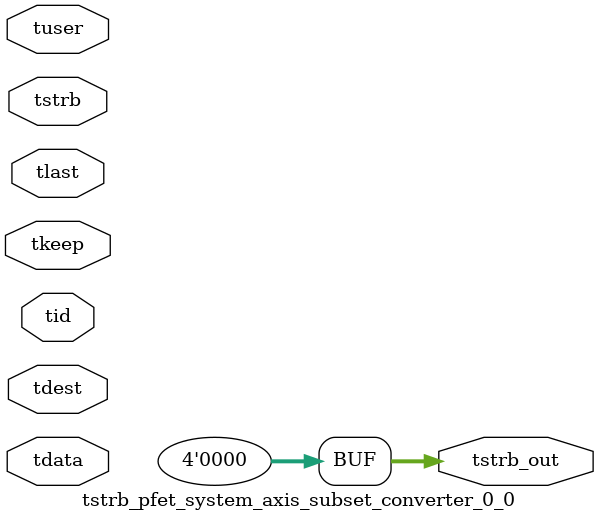
<source format=v>


`timescale 1ps/1ps

module tstrb_pfet_system_axis_subset_converter_0_0 #
(
parameter C_S_AXIS_TDATA_WIDTH = 32,
parameter C_S_AXIS_TUSER_WIDTH = 0,
parameter C_S_AXIS_TID_WIDTH   = 0,
parameter C_S_AXIS_TDEST_WIDTH = 0,
parameter C_M_AXIS_TDATA_WIDTH = 32
)
(
input  [(C_S_AXIS_TDATA_WIDTH == 0 ? 1 : C_S_AXIS_TDATA_WIDTH)-1:0     ] tdata,
input  [(C_S_AXIS_TUSER_WIDTH == 0 ? 1 : C_S_AXIS_TUSER_WIDTH)-1:0     ] tuser,
input  [(C_S_AXIS_TID_WIDTH   == 0 ? 1 : C_S_AXIS_TID_WIDTH)-1:0       ] tid,
input  [(C_S_AXIS_TDEST_WIDTH == 0 ? 1 : C_S_AXIS_TDEST_WIDTH)-1:0     ] tdest,
input  [(C_S_AXIS_TDATA_WIDTH/8)-1:0 ] tkeep,
input  [(C_S_AXIS_TDATA_WIDTH/8)-1:0 ] tstrb,
input                                                                    tlast,
output [(C_M_AXIS_TDATA_WIDTH/8)-1:0 ] tstrb_out
);

assign tstrb_out = {1'b0};

endmodule


</source>
